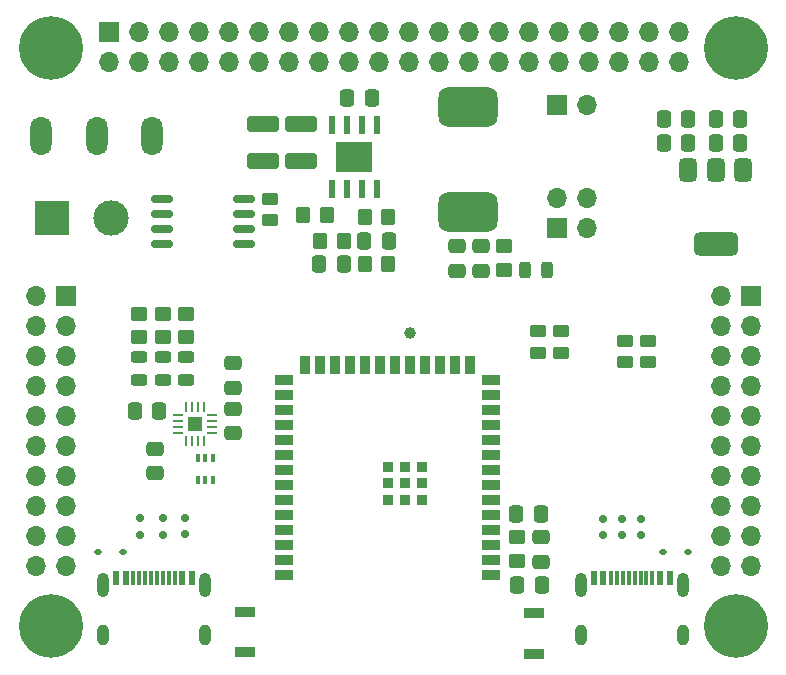
<source format=gbr>
%TF.GenerationSoftware,KiCad,Pcbnew,8.0.1-8.0.1-0~ubuntu20.04.1*%
%TF.CreationDate,2024-04-20T12:51:40-03:00*%
%TF.ProjectId,seebum_esp32s3,73656562-756d-45f6-9573-70333273332e,rev?*%
%TF.SameCoordinates,Original*%
%TF.FileFunction,Soldermask,Top*%
%TF.FilePolarity,Negative*%
%FSLAX46Y46*%
G04 Gerber Fmt 4.6, Leading zero omitted, Abs format (unit mm)*
G04 Created by KiCad (PCBNEW 8.0.1-8.0.1-0~ubuntu20.04.1) date 2024-04-20 12:51:40*
%MOMM*%
%LPD*%
G01*
G04 APERTURE LIST*
G04 Aperture macros list*
%AMRoundRect*
0 Rectangle with rounded corners*
0 $1 Rounding radius*
0 $2 $3 $4 $5 $6 $7 $8 $9 X,Y pos of 4 corners*
0 Add a 4 corners polygon primitive as box body*
4,1,4,$2,$3,$4,$5,$6,$7,$8,$9,$2,$3,0*
0 Add four circle primitives for the rounded corners*
1,1,$1+$1,$2,$3*
1,1,$1+$1,$4,$5*
1,1,$1+$1,$6,$7*
1,1,$1+$1,$8,$9*
0 Add four rect primitives between the rounded corners*
20,1,$1+$1,$2,$3,$4,$5,0*
20,1,$1+$1,$4,$5,$6,$7,0*
20,1,$1+$1,$6,$7,$8,$9,0*
20,1,$1+$1,$8,$9,$2,$3,0*%
G04 Aperture macros list end*
%ADD10RoundRect,0.250000X0.450000X-0.350000X0.450000X0.350000X-0.450000X0.350000X-0.450000X-0.350000X0*%
%ADD11RoundRect,0.250000X-0.337500X-0.475000X0.337500X-0.475000X0.337500X0.475000X-0.337500X0.475000X0*%
%ADD12RoundRect,0.243750X0.456250X-0.243750X0.456250X0.243750X-0.456250X0.243750X-0.456250X-0.243750X0*%
%ADD13C,0.800000*%
%ADD14C,5.400000*%
%ADD15RoundRect,0.250000X0.450000X-0.262500X0.450000X0.262500X-0.450000X0.262500X-0.450000X-0.262500X0*%
%ADD16RoundRect,0.250000X0.475000X-0.337500X0.475000X0.337500X-0.475000X0.337500X-0.475000X-0.337500X0*%
%ADD17RoundRect,0.250000X-0.450000X0.262500X-0.450000X-0.262500X0.450000X-0.262500X0.450000X0.262500X0*%
%ADD18RoundRect,0.250000X-0.350000X-0.450000X0.350000X-0.450000X0.350000X0.450000X-0.350000X0.450000X0*%
%ADD19RoundRect,0.850000X-1.650000X0.850000X-1.650000X-0.850000X1.650000X-0.850000X1.650000X0.850000X0*%
%ADD20R,1.700000X1.700000*%
%ADD21O,1.700000X1.700000*%
%ADD22RoundRect,0.150000X0.800000X0.150000X-0.800000X0.150000X-0.800000X-0.150000X0.800000X-0.150000X0*%
%ADD23RoundRect,0.112500X0.187500X0.112500X-0.187500X0.112500X-0.187500X-0.112500X0.187500X-0.112500X0*%
%ADD24RoundRect,0.100000X-0.100000X0.225000X-0.100000X-0.225000X0.100000X-0.225000X0.100000X0.225000X0*%
%ADD25RoundRect,0.250000X-0.450000X0.350000X-0.450000X-0.350000X0.450000X-0.350000X0.450000X0.350000X0*%
%ADD26RoundRect,0.375000X-0.375000X0.625000X-0.375000X-0.625000X0.375000X-0.625000X0.375000X0.625000X0*%
%ADD27RoundRect,0.500000X-1.400000X0.500000X-1.400000X-0.500000X1.400000X-0.500000X1.400000X0.500000X0*%
%ADD28RoundRect,0.062500X-0.062500X0.350000X-0.062500X-0.350000X0.062500X-0.350000X0.062500X0.350000X0*%
%ADD29RoundRect,0.062500X-0.350000X0.062500X-0.350000X-0.062500X0.350000X-0.062500X0.350000X0.062500X0*%
%ADD30R,1.230000X1.230000*%
%ADD31RoundRect,0.150000X0.200000X-0.150000X0.200000X0.150000X-0.200000X0.150000X-0.200000X-0.150000X0*%
%ADD32O,1.800000X3.300000*%
%ADD33RoundRect,0.250000X-0.475000X0.337500X-0.475000X-0.337500X0.475000X-0.337500X0.475000X0.337500X0*%
%ADD34C,1.000000*%
%ADD35R,0.600000X1.240000*%
%ADD36R,0.300000X1.240000*%
%ADD37O,1.000000X2.100000*%
%ADD38O,1.000000X1.800000*%
%ADD39R,3.100000X2.600000*%
%ADD40R,0.600000X1.550000*%
%ADD41RoundRect,0.250000X0.337500X0.475000X-0.337500X0.475000X-0.337500X-0.475000X0.337500X-0.475000X0*%
%ADD42R,0.900000X0.900000*%
%ADD43R,1.500000X0.900000*%
%ADD44R,0.900000X1.500000*%
%ADD45RoundRect,0.243750X0.243750X0.456250X-0.243750X0.456250X-0.243750X-0.456250X0.243750X-0.456250X0*%
%ADD46RoundRect,0.112500X-0.187500X-0.112500X0.187500X-0.112500X0.187500X0.112500X-0.187500X0.112500X0*%
%ADD47R,3.000000X3.000000*%
%ADD48C,3.000000*%
%ADD49R,1.700000X0.900000*%
%ADD50RoundRect,0.250000X-1.100000X0.412500X-1.100000X-0.412500X1.100000X-0.412500X1.100000X0.412500X0*%
G04 APERTURE END LIST*
D10*
%TO.C,R201*%
X161047500Y-105585000D03*
X161047500Y-103585000D03*
%TD*%
D11*
%TO.C,C203*%
X160972500Y-101585000D03*
X163047500Y-101585000D03*
%TD*%
D12*
%TO.C,D201*%
X129047500Y-90227500D03*
X129047500Y-88352500D03*
%TD*%
D13*
%TO.C,H102*%
X177487500Y-62115000D03*
X178057500Y-63595000D03*
X178067500Y-60645000D03*
X179547500Y-60055000D03*
D14*
X179547500Y-62125000D03*
D13*
X179547500Y-64175000D03*
X181017500Y-60645000D03*
X181017500Y-63595000D03*
X181607500Y-62115000D03*
%TD*%
D15*
%TO.C,R103*%
X164747500Y-87952500D03*
X164747500Y-86127500D03*
%TD*%
D16*
%TO.C,C209*%
X130347500Y-98152500D03*
X130347500Y-96077500D03*
%TD*%
D17*
%TO.C,R211*%
X170147500Y-86940000D03*
X170147500Y-88765000D03*
%TD*%
D18*
%TO.C,R304*%
X148147500Y-80452500D03*
X150147500Y-80452500D03*
%TD*%
D19*
%TO.C,L301*%
X156922500Y-67115000D03*
X156922500Y-76015000D03*
%TD*%
D20*
%TO.C,J401*%
X126467500Y-60785000D03*
D21*
X126467500Y-63325000D03*
X129007500Y-60785000D03*
X129007500Y-63325000D03*
X131547500Y-60785000D03*
X131547500Y-63325000D03*
X134087500Y-60785000D03*
X134087500Y-63325000D03*
X136627500Y-60785000D03*
X136627500Y-63325000D03*
X139167500Y-60785000D03*
X139167500Y-63325000D03*
X141707500Y-60785000D03*
X141707500Y-63325000D03*
X144247500Y-60785000D03*
X144247500Y-63325000D03*
X146787500Y-60785000D03*
X146787500Y-63325000D03*
X149327500Y-60785000D03*
X149327500Y-63325000D03*
X151867500Y-60785000D03*
X151867500Y-63325000D03*
X154407500Y-60785000D03*
X154407500Y-63325000D03*
X156947500Y-60785000D03*
X156947500Y-63325000D03*
X159487500Y-60785000D03*
X159487500Y-63325000D03*
X162027500Y-60785000D03*
X162027500Y-63325000D03*
X164567500Y-60785000D03*
X164567500Y-63325000D03*
X167107500Y-60785000D03*
X167107500Y-63325000D03*
X169647500Y-60785000D03*
X169647500Y-63325000D03*
X172187500Y-60785000D03*
X172187500Y-63325000D03*
X174727500Y-60785000D03*
X174727500Y-63325000D03*
%TD*%
D13*
%TO.C,H103*%
X119487500Y-111115000D03*
X120057500Y-112595000D03*
X120067500Y-109645000D03*
X121547500Y-109055000D03*
D14*
X121547500Y-111125000D03*
D13*
X121547500Y-113175000D03*
X123017500Y-109645000D03*
X123017500Y-112595000D03*
X123607500Y-111115000D03*
%TD*%
D22*
%TO.C,Q101*%
X130947500Y-78730000D03*
X130947500Y-77460000D03*
X130947500Y-76190000D03*
X130947500Y-74920000D03*
X137947500Y-74920000D03*
X137947500Y-78730000D03*
X137947500Y-77460000D03*
X137947500Y-76190000D03*
%TD*%
D23*
%TO.C,D210*%
X175497500Y-104817944D03*
X173397500Y-104817944D03*
%TD*%
D13*
%TO.C,H104*%
X177487500Y-111115000D03*
X178057500Y-112595000D03*
X178067500Y-109645000D03*
X179547500Y-109055000D03*
D14*
X179547500Y-111125000D03*
D13*
X179547500Y-113175000D03*
X181017500Y-109645000D03*
X181017500Y-112595000D03*
X181607500Y-111115000D03*
%TD*%
D24*
%TO.C,Q201*%
X135297500Y-96865000D03*
X134647500Y-96865000D03*
X133997500Y-96865000D03*
X133997500Y-98765000D03*
X134647500Y-98765000D03*
X135297500Y-98765000D03*
%TD*%
D15*
%TO.C,R212*%
X172147500Y-88765000D03*
X172147500Y-86940000D03*
%TD*%
D25*
%TO.C,R206*%
X133047500Y-84652500D03*
X133047500Y-86652500D03*
%TD*%
D26*
%TO.C,U203*%
X180147500Y-72452500D03*
X177847500Y-72452500D03*
D27*
X177847500Y-78752500D03*
D26*
X175547500Y-72452500D03*
%TD*%
D17*
%TO.C,R101*%
X140147500Y-74900000D03*
X140147500Y-76725000D03*
%TD*%
D28*
%TO.C,U202*%
X134547500Y-92540000D03*
X134047500Y-92540000D03*
X133547500Y-92540000D03*
X133047500Y-92540000D03*
D29*
X132360000Y-93227500D03*
X132360000Y-93727500D03*
X132360000Y-94227500D03*
X132360000Y-94727500D03*
D28*
X133047500Y-95415000D03*
X133547500Y-95415000D03*
X134047500Y-95415000D03*
X134547500Y-95415000D03*
D29*
X135235000Y-94727500D03*
X135235000Y-94227500D03*
X135235000Y-93727500D03*
X135235000Y-93227500D03*
D30*
X133797500Y-93977500D03*
%TD*%
D31*
%TO.C,D209*%
X171547500Y-102015000D03*
X171547500Y-103415000D03*
%TD*%
%TO.C,D211*%
X169947500Y-102015000D03*
X169947500Y-103415000D03*
%TD*%
D25*
%TO.C,R305*%
X159947500Y-78952500D03*
X159947500Y-80952500D03*
%TD*%
D11*
%TO.C,C206*%
X177872500Y-68202500D03*
X179947500Y-68202500D03*
%TD*%
D32*
%TO.C,SW101*%
X130147500Y-69625000D03*
X125447500Y-69625000D03*
X120747500Y-69625000D03*
%TD*%
D20*
%TO.C,J102*%
X164407500Y-77392500D03*
D21*
X164407500Y-74852500D03*
X166947500Y-77392500D03*
X166947500Y-74852500D03*
%TD*%
D31*
%TO.C,D205*%
X132947500Y-101925000D03*
X132947500Y-103325000D03*
%TD*%
D33*
%TO.C,C307*%
X155947500Y-78952500D03*
X155947500Y-81027500D03*
%TD*%
D25*
%TO.C,R205*%
X131047500Y-84652500D03*
X131047500Y-86652500D03*
%TD*%
D34*
%TO.C,TP201*%
X152002500Y-86252500D03*
%TD*%
D35*
%TO.C,J201*%
X127097500Y-107025000D03*
X127897500Y-107025000D03*
D36*
X129047500Y-107025000D03*
X130047500Y-107025000D03*
X130547500Y-107025000D03*
X131547500Y-107025000D03*
D35*
X132697500Y-107025000D03*
X133497500Y-107025000D03*
X133497500Y-107025000D03*
X132697500Y-107025000D03*
D36*
X132047500Y-107025000D03*
X131047500Y-107025000D03*
X129547500Y-107025000D03*
X128547500Y-107025000D03*
D35*
X127897500Y-107025000D03*
X127097500Y-107025000D03*
D37*
X125977500Y-107625000D03*
D38*
X125977500Y-111825000D03*
D37*
X134617500Y-107625000D03*
D38*
X134617500Y-111825000D03*
%TD*%
D39*
%TO.C,U301*%
X147242500Y-71352500D03*
D40*
X145337500Y-74052500D03*
X146607500Y-74052500D03*
X147877500Y-74052500D03*
X149147500Y-74052500D03*
X149147500Y-68652500D03*
X147877500Y-68652500D03*
X146607500Y-68652500D03*
X145337500Y-68652500D03*
%TD*%
D41*
%TO.C,C210*%
X130747500Y-92877500D03*
X128672500Y-92877500D03*
%TD*%
D17*
%TO.C,R102*%
X162847500Y-86127500D03*
X162847500Y-87952500D03*
%TD*%
D25*
%TO.C,R204*%
X129047500Y-84652500D03*
X129047500Y-86652500D03*
%TD*%
D31*
%TO.C,D208*%
X168347500Y-102015000D03*
X168347500Y-103415000D03*
%TD*%
D42*
%TO.C,U201*%
X150150000Y-97612500D03*
X150150000Y-99012500D03*
X150150000Y-100412500D03*
X151550000Y-97612500D03*
X151550000Y-99012500D03*
X151550000Y-100412500D03*
X151550000Y-100412500D03*
X152950000Y-97612500D03*
X152950000Y-97612500D03*
X152950000Y-99012500D03*
X152950000Y-100412500D03*
D43*
X141300000Y-106732500D03*
X141300000Y-105462500D03*
X141300000Y-104192500D03*
X141300000Y-102922500D03*
X141300000Y-101652500D03*
X141300000Y-100382500D03*
X141300000Y-99112500D03*
X141300000Y-97842500D03*
X141300000Y-96572500D03*
X141300000Y-95302500D03*
X141300000Y-94032500D03*
X141300000Y-92762500D03*
X141300000Y-91492500D03*
X141300000Y-90222500D03*
D44*
X143065000Y-88972500D03*
X144335000Y-88972500D03*
X145605000Y-88972500D03*
X146875000Y-88972500D03*
X148145000Y-88972500D03*
X149415000Y-88972500D03*
X150685000Y-88972500D03*
X151955000Y-88972500D03*
X153225000Y-88972500D03*
X154495000Y-88972500D03*
X155765000Y-88972500D03*
X157035000Y-88972500D03*
D43*
X158800000Y-90222500D03*
X158800000Y-91492500D03*
X158800000Y-92762500D03*
X158800000Y-94032500D03*
X158800000Y-95302500D03*
X158800000Y-96572500D03*
X158800000Y-97842500D03*
X158800000Y-99112500D03*
X158800000Y-100382500D03*
X158800000Y-101652500D03*
X158800000Y-102922500D03*
X158800000Y-104192500D03*
X158800000Y-105462500D03*
X158800000Y-106732500D03*
%TD*%
D45*
%TO.C,D301*%
X163585000Y-80952500D03*
X161710000Y-80952500D03*
%TD*%
D18*
%TO.C,R302*%
X148147500Y-76452500D03*
X150147500Y-76452500D03*
%TD*%
D46*
%TO.C,D204*%
X125534556Y-104850000D03*
X127634556Y-104850000D03*
%TD*%
D33*
%TO.C,C211*%
X136947500Y-88852500D03*
X136947500Y-90927500D03*
%TD*%
D12*
%TO.C,D202*%
X131047500Y-90227500D03*
X131047500Y-88352500D03*
%TD*%
D47*
%TO.C,J101*%
X121647500Y-76525000D03*
D48*
X126647500Y-76525000D03*
%TD*%
D11*
%TO.C,C304*%
X144310000Y-80452500D03*
X146385000Y-80452500D03*
%TD*%
D13*
%TO.C,H101*%
X119487500Y-62115000D03*
X120057500Y-63595000D03*
X120067500Y-60645000D03*
X121547500Y-60055000D03*
D14*
X121547500Y-62125000D03*
D13*
X121547500Y-64175000D03*
X123017500Y-60645000D03*
X123017500Y-63595000D03*
X123607500Y-62115000D03*
%TD*%
D49*
%TO.C,SW201*%
X162447500Y-113425000D03*
X162447500Y-110025000D03*
%TD*%
D41*
%TO.C,C201*%
X163122500Y-107585000D03*
X161047500Y-107585000D03*
%TD*%
D50*
%TO.C,C302*%
X139547500Y-68615000D03*
X139547500Y-71740000D03*
%TD*%
D31*
%TO.C,D206*%
X131047500Y-101952500D03*
X131047500Y-103352500D03*
%TD*%
D49*
%TO.C,SW202*%
X138047500Y-113325000D03*
X138047500Y-109925000D03*
%TD*%
D12*
%TO.C,D203*%
X133047500Y-90227500D03*
X133047500Y-88352500D03*
%TD*%
D50*
%TO.C,C306*%
X142747500Y-68615000D03*
X142747500Y-71740000D03*
%TD*%
D31*
%TO.C,D207*%
X129147500Y-101952500D03*
X129147500Y-103352500D03*
%TD*%
D11*
%TO.C,C301*%
X148110000Y-78452500D03*
X150185000Y-78452500D03*
%TD*%
D35*
%TO.C,J202*%
X167547500Y-107025000D03*
X168347500Y-107025000D03*
D36*
X169497500Y-107025000D03*
X170497500Y-107025000D03*
X170997500Y-107025000D03*
X171997500Y-107025000D03*
D35*
X173147500Y-107025000D03*
X173947500Y-107025000D03*
X173947500Y-107025000D03*
X173147500Y-107025000D03*
D36*
X172497500Y-107025000D03*
X171497500Y-107025000D03*
X169997500Y-107025000D03*
X168997500Y-107025000D03*
D35*
X168347500Y-107025000D03*
X167547500Y-107025000D03*
D37*
X166427500Y-107625000D03*
D38*
X166427500Y-111825000D03*
D37*
X175067500Y-107625000D03*
D38*
X175067500Y-111825000D03*
%TD*%
D18*
%TO.C,R303*%
X144347500Y-78452500D03*
X146347500Y-78452500D03*
%TD*%
D41*
%TO.C,C205*%
X175522500Y-70202500D03*
X173447500Y-70202500D03*
%TD*%
D11*
%TO.C,C207*%
X177872500Y-70202500D03*
X179947500Y-70202500D03*
%TD*%
D16*
%TO.C,C212*%
X136947500Y-94752500D03*
X136947500Y-92677500D03*
%TD*%
D20*
%TO.C,J103*%
X164407500Y-67002500D03*
D21*
X166947500Y-67002500D03*
%TD*%
D18*
%TO.C,R301*%
X142947500Y-76252500D03*
X144947500Y-76252500D03*
%TD*%
D33*
%TO.C,C305*%
X157947500Y-78952500D03*
X157947500Y-81027500D03*
%TD*%
D41*
%TO.C,C204*%
X175522500Y-68202500D03*
X173447500Y-68202500D03*
%TD*%
D16*
%TO.C,C202*%
X163047500Y-105660000D03*
X163047500Y-103585000D03*
%TD*%
D11*
%TO.C,C303*%
X146672500Y-66415000D03*
X148747500Y-66415000D03*
%TD*%
D20*
%TO.C,J203*%
X122817500Y-83125000D03*
D21*
X120277500Y-83125000D03*
X122817500Y-85665000D03*
X120277500Y-85665000D03*
X122817500Y-88205000D03*
X120277500Y-88205000D03*
X122817500Y-90745000D03*
X120277500Y-90745000D03*
X122817500Y-93285000D03*
X120277500Y-93285000D03*
X122817500Y-95825000D03*
X120277500Y-95825000D03*
X122817500Y-98365000D03*
X120277500Y-98365000D03*
X122817500Y-100905000D03*
X120277500Y-100905000D03*
X122817500Y-103445000D03*
X120277500Y-103445000D03*
X122817500Y-105985000D03*
X120277500Y-105985000D03*
%TD*%
D20*
%TO.C,J204*%
X180817500Y-83125000D03*
D21*
X178277500Y-83125000D03*
X180817500Y-85665000D03*
X178277500Y-85665000D03*
X180817500Y-88205000D03*
X178277500Y-88205000D03*
X180817500Y-90745000D03*
X178277500Y-90745000D03*
X180817500Y-93285000D03*
X178277500Y-93285000D03*
X180817500Y-95825000D03*
X178277500Y-95825000D03*
X180817500Y-98365000D03*
X178277500Y-98365000D03*
X180817500Y-100905000D03*
X178277500Y-100905000D03*
X180817500Y-103445000D03*
X178277500Y-103445000D03*
X180817500Y-105985000D03*
X178277500Y-105985000D03*
%TD*%
M02*

</source>
